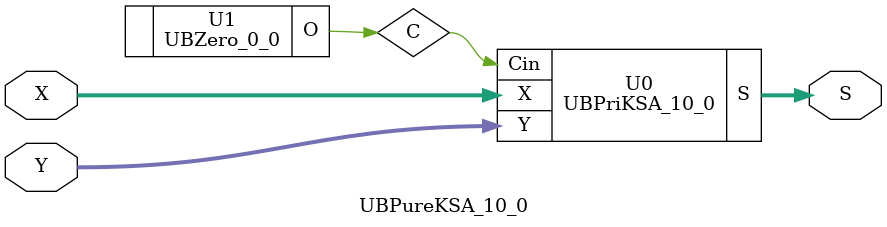
<source format=v>
/*----------------------------------------------------------------------------
  Copyright (c) 2021 Homma laboratory. All rights reserved.

  Top module: UBKSA_10_0_10_0

  Operand-1 length: 11
  Operand-2 length: 11
  Two-operand addition algorithm: Kogge-Stone adder
----------------------------------------------------------------------------*/

module GPGenerator(Go, Po, A, B);
  output Go;
  output Po;
  input A;
  input B;
  assign Go = A & B;
  assign Po = A ^ B;
endmodule

module CarryOperator(Go, Po, Gi1, Pi1, Gi2, Pi2);
  output Go;
  output Po;
  input Gi1;
  input Gi2;
  input Pi1;
  input Pi2;
  assign Go = Gi1 | ( Gi2 & Pi1 );
  assign Po = Pi1 & Pi2;
endmodule

module UBPriKSA_10_0(S, X, Y, Cin);
  output [11:0] S;
  input Cin;
  input [10:0] X;
  input [10:0] Y;
  wire [10:0] G0;
  wire [10:0] G1;
  wire [10:0] G2;
  wire [10:0] G3;
  wire [10:0] G4;
  wire [10:0] P0;
  wire [10:0] P1;
  wire [10:0] P2;
  wire [10:0] P3;
  wire [10:0] P4;
  assign P1[0] = P0[0];
  assign G1[0] = G0[0];
  assign P2[0] = P1[0];
  assign G2[0] = G1[0];
  assign P2[1] = P1[1];
  assign G2[1] = G1[1];
  assign P3[0] = P2[0];
  assign G3[0] = G2[0];
  assign P3[1] = P2[1];
  assign G3[1] = G2[1];
  assign P3[2] = P2[2];
  assign G3[2] = G2[2];
  assign P3[3] = P2[3];
  assign G3[3] = G2[3];
  assign P4[0] = P3[0];
  assign G4[0] = G3[0];
  assign P4[1] = P3[1];
  assign G4[1] = G3[1];
  assign P4[2] = P3[2];
  assign G4[2] = G3[2];
  assign P4[3] = P3[3];
  assign G4[3] = G3[3];
  assign P4[4] = P3[4];
  assign G4[4] = G3[4];
  assign P4[5] = P3[5];
  assign G4[5] = G3[5];
  assign P4[6] = P3[6];
  assign G4[6] = G3[6];
  assign P4[7] = P3[7];
  assign G4[7] = G3[7];
  assign S[0] = Cin ^ P0[0];
  assign S[1] = ( G4[0] | ( P4[0] & Cin ) ) ^ P0[1];
  assign S[2] = ( G4[1] | ( P4[1] & Cin ) ) ^ P0[2];
  assign S[3] = ( G4[2] | ( P4[2] & Cin ) ) ^ P0[3];
  assign S[4] = ( G4[3] | ( P4[3] & Cin ) ) ^ P0[4];
  assign S[5] = ( G4[4] | ( P4[4] & Cin ) ) ^ P0[5];
  assign S[6] = ( G4[5] | ( P4[5] & Cin ) ) ^ P0[6];
  assign S[7] = ( G4[6] | ( P4[6] & Cin ) ) ^ P0[7];
  assign S[8] = ( G4[7] | ( P4[7] & Cin ) ) ^ P0[8];
  assign S[9] = ( G4[8] | ( P4[8] & Cin ) ) ^ P0[9];
  assign S[10] = ( G4[9] | ( P4[9] & Cin ) ) ^ P0[10];
  assign S[11] = G4[10] | ( P4[10] & Cin );
  GPGenerator U0 (G0[0], P0[0], X[0], Y[0]);
  GPGenerator U1 (G0[1], P0[1], X[1], Y[1]);
  GPGenerator U2 (G0[2], P0[2], X[2], Y[2]);
  GPGenerator U3 (G0[3], P0[3], X[3], Y[3]);
  GPGenerator U4 (G0[4], P0[4], X[4], Y[4]);
  GPGenerator U5 (G0[5], P0[5], X[5], Y[5]);
  GPGenerator U6 (G0[6], P0[6], X[6], Y[6]);
  GPGenerator U7 (G0[7], P0[7], X[7], Y[7]);
  GPGenerator U8 (G0[8], P0[8], X[8], Y[8]);
  GPGenerator U9 (G0[9], P0[9], X[9], Y[9]);
  GPGenerator U10 (G0[10], P0[10], X[10], Y[10]);
  CarryOperator U11 (G1[1], P1[1], G0[1], P0[1], G0[0], P0[0]);
  CarryOperator U12 (G1[2], P1[2], G0[2], P0[2], G0[1], P0[1]);
  CarryOperator U13 (G1[3], P1[3], G0[3], P0[3], G0[2], P0[2]);
  CarryOperator U14 (G1[4], P1[4], G0[4], P0[4], G0[3], P0[3]);
  CarryOperator U15 (G1[5], P1[5], G0[5], P0[5], G0[4], P0[4]);
  CarryOperator U16 (G1[6], P1[6], G0[6], P0[6], G0[5], P0[5]);
  CarryOperator U17 (G1[7], P1[7], G0[7], P0[7], G0[6], P0[6]);
  CarryOperator U18 (G1[8], P1[8], G0[8], P0[8], G0[7], P0[7]);
  CarryOperator U19 (G1[9], P1[9], G0[9], P0[9], G0[8], P0[8]);
  CarryOperator U20 (G1[10], P1[10], G0[10], P0[10], G0[9], P0[9]);
  CarryOperator U21 (G2[2], P2[2], G1[2], P1[2], G1[0], P1[0]);
  CarryOperator U22 (G2[3], P2[3], G1[3], P1[3], G1[1], P1[1]);
  CarryOperator U23 (G2[4], P2[4], G1[4], P1[4], G1[2], P1[2]);
  CarryOperator U24 (G2[5], P2[5], G1[5], P1[5], G1[3], P1[3]);
  CarryOperator U25 (G2[6], P2[6], G1[6], P1[6], G1[4], P1[4]);
  CarryOperator U26 (G2[7], P2[7], G1[7], P1[7], G1[5], P1[5]);
  CarryOperator U27 (G2[8], P2[8], G1[8], P1[8], G1[6], P1[6]);
  CarryOperator U28 (G2[9], P2[9], G1[9], P1[9], G1[7], P1[7]);
  CarryOperator U29 (G2[10], P2[10], G1[10], P1[10], G1[8], P1[8]);
  CarryOperator U30 (G3[4], P3[4], G2[4], P2[4], G2[0], P2[0]);
  CarryOperator U31 (G3[5], P3[5], G2[5], P2[5], G2[1], P2[1]);
  CarryOperator U32 (G3[6], P3[6], G2[6], P2[6], G2[2], P2[2]);
  CarryOperator U33 (G3[7], P3[7], G2[7], P2[7], G2[3], P2[3]);
  CarryOperator U34 (G3[8], P3[8], G2[8], P2[8], G2[4], P2[4]);
  CarryOperator U35 (G3[9], P3[9], G2[9], P2[9], G2[5], P2[5]);
  CarryOperator U36 (G3[10], P3[10], G2[10], P2[10], G2[6], P2[6]);
  CarryOperator U37 (G4[8], P4[8], G3[8], P3[8], G3[0], P3[0]);
  CarryOperator U38 (G4[9], P4[9], G3[9], P3[9], G3[1], P3[1]);
  CarryOperator U39 (G4[10], P4[10], G3[10], P3[10], G3[2], P3[2]);
endmodule

module UBZero_0_0(O);
  output [0:0] O;
  assign O[0] = 0;
endmodule

module UBKSA_10_0_10_0 (S, X, Y);
  output [11:0] S;
  input [10:0] X;
  input [10:0] Y;
  UBPureKSA_10_0 U0 (S[11:0], X[10:0], Y[10:0]);
endmodule

module UBPureKSA_10_0 (S, X, Y);
  output [11:0] S;
  input [10:0] X;
  input [10:0] Y;
  wire C;
  UBPriKSA_10_0 U0 (S, X, Y, C);
  UBZero_0_0 U1 (C);
endmodule


</source>
